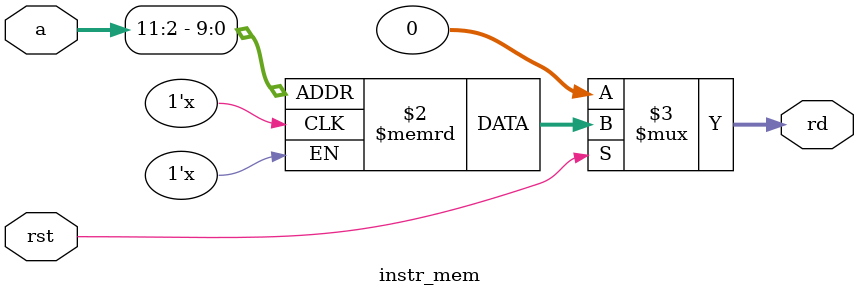
<source format=v>
module instr_mem(
    input [31:0] a,
    input rst,
    output [31:0] rd
);
reg [31:0] mem [1023:0];
assign rd = (rst == 1'b0) ? 32'h00000000 : mem[a[11:2]];
endmodule
</source>
